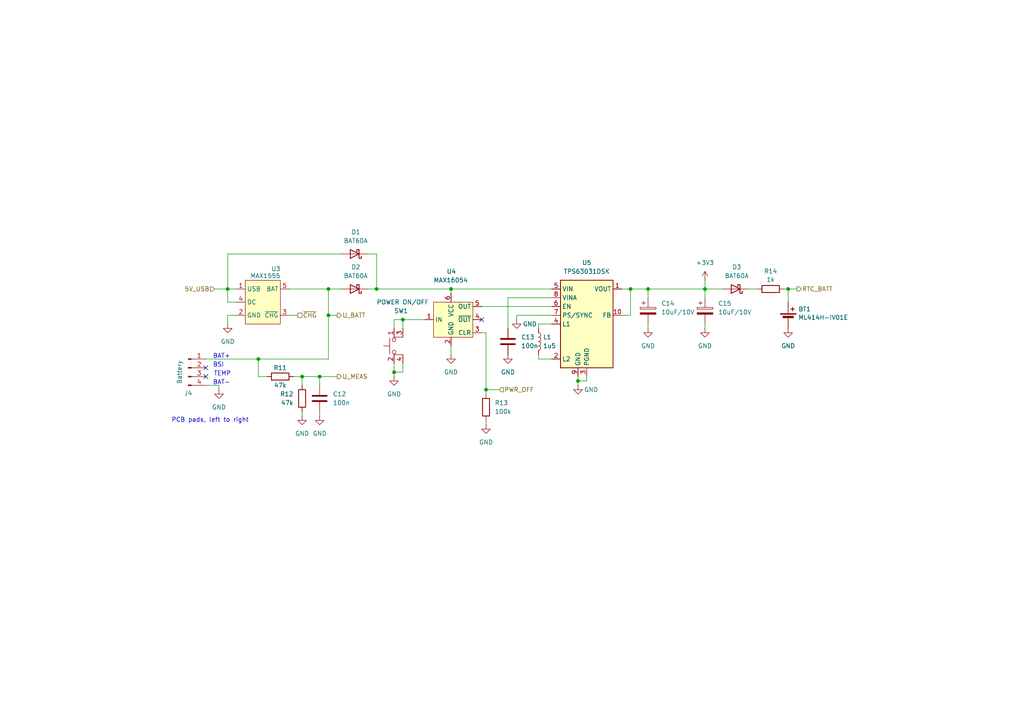
<source format=kicad_sch>
(kicad_sch (version 20250114) (generator "eeschema") (generator_version "9.0")
  (paper "A4")
  (title_block (title "Mainboard replacement for Nokia 3310") (date "29-01-2025") (rev "Rev A") (company "M17 Project") (comment 1 "Wojciech Kaczmarski, SP5WWP"))
  (lib_symbols
    (symbol "Connector:Conn_01x04_Pin" (pin_names (offset 1.016) (hide yes))
      (property "Reference" "J" (at 0 5.08 0))
      (property "Value" "Conn_01x04_Pin" (at 0 -7.62 0))
      (symbol "Conn_01x04_Pin_1_1"
        (rectangle (start 0.8636 2.667) (end 0 2.413) (stroke (width 0.1524)) (fill (type outline)))
        (rectangle (start 0.8636 0.127) (end 0 -0.127) (stroke (width 0.1524)) (fill (type outline)))
        (rectangle (start 0.8636 -2.413) (end 0 -2.667) (stroke (width 0.1524)) (fill (type outline)))
        (rectangle (start 0.8636 -4.953) (end 0 -5.207) (stroke (width 0.1524)) (fill (type outline)))
        (polyline (pts (xy 1.27 2.54) (xy 0.8636 2.54)) (stroke (width 0.1524)))
        (polyline (pts (xy 1.27 0) (xy 0.8636 0)) (stroke (width 0.1524)))
        (polyline (pts (xy 1.27 -2.54) (xy 0.8636 -2.54)) (stroke (width 0.1524)))
        (polyline (pts (xy 1.27 -5.08) (xy 0.8636 -5.08)) (stroke (width 0.1524)))
        (pin passive line (at 5.08 2.54 180) (length 3.81) (name "Pin_1") (number "1"))
        (pin passive line (at 5.08 0 180) (length 3.81) (name "Pin_2") (number "2"))
        (pin passive line (at 5.08 -2.54 180) (length 3.81) (name "Pin_3") (number "3"))
        (pin passive line (at 5.08 -5.08 180) (length 3.81) (name "Pin_4") (number "4"))
      )
    )
    (symbol "Device:Battery_Cell" (pin_numbers (hide yes)) (pin_names (offset 0) (hide yes))
      (property "Reference" "BT" (at 2.54 2.54 0))
      (property "Value" "Battery_Cell" (at 2.54 0 0))
      (symbol "Battery_Cell_0_1"
        (rectangle (start -2.286 1.778) (end 2.286 1.524) (fill (type outline)))
        (rectangle (start -1.524 1.016) (end 1.524 0.508) (fill (type outline)))
        (polyline (pts (xy 0 1.778) (xy 0 2.54)))
        (polyline (pts (xy 0 0.762) (xy 0 0)))
        (polyline (pts (xy 0.762 3.048) (xy 1.778 3.048)) (stroke (width 0.254)))
        (polyline (pts (xy 1.27 3.556) (xy 1.27 2.54)) (stroke (width 0.254)))
      )
      (symbol "Battery_Cell_1_1"
        (pin passive line (at 0 5.08 270) (length 2.54) (name "+") (number "1"))
        (pin passive line (at 0 -2.54 90) (length 2.54) (name "-") (number "2"))
      )
    )
    (symbol "Device:C" (pin_numbers (hide yes)) (pin_names (offset 0.254))
      (property "Reference" "C" (at 0.635 2.54 0))
      (property "Value" "C" (at 0.635 -2.54 0))
      (symbol "C_0_1"
        (polyline (pts (xy -2.032 0.762) (xy 2.032 0.762)) (stroke (width 0.508)))
        (polyline (pts (xy -2.032 -0.762) (xy 2.032 -0.762)) (stroke (width 0.508)))
      )
      (symbol "C_1_1"
        (pin passive line (at 0 3.81 270) (length 2.794) (name "~") (number "1"))
        (pin passive line (at 0 -3.81 90) (length 2.794) (name "~") (number "2"))
      )
    )
    (symbol "Device:C_Polarized" (pin_numbers (hide yes)) (pin_names (offset 0.254))
      (property "Reference" "C" (at 0.635 2.54 0))
      (property "Value" "C_Polarized" (at 0.635 -2.54 0))
      (symbol "C_Polarized_0_1"
        (rectangle (start -2.286 0.508) (end 2.286 1.016))
        (polyline (pts (xy -1.778 2.286) (xy -0.762 2.286)))
        (polyline (pts (xy -1.27 2.794) (xy -1.27 1.778)))
        (rectangle (start 2.286 -0.508) (end -2.286 -1.016) (fill (type outline)))
      )
      (symbol "C_Polarized_1_1"
        (pin passive line (at 0 3.81 270) (length 2.794) (name "~") (number "1"))
        (pin passive line (at 0 -3.81 90) (length 2.794) (name "~") (number "2"))
      )
    )
    (symbol "Device:L" (pin_numbers (hide yes)) (pin_names (offset 1.016) (hide yes))
      (property "Reference" "L" (at -1.27 0 90))
      (property "Value" "L" (at 1.905 0 90))
      (symbol "L_0_1"
        (arc (start 0 2.54) (mid 0.6323 1.905) (end 0 1.27))
        (arc (start 0 1.27) (mid 0.6323 0.635) (end 0 0))
        (arc (start 0 0) (mid 0.6323 -0.635) (end 0 -1.27))
        (arc (start 0 -1.27) (mid 0.6323 -1.905) (end 0 -2.54))
      )
      (symbol "L_1_1"
        (pin passive line (at 0 3.81 270) (length 1.27) (name "1") (number "1"))
        (pin passive line (at 0 -3.81 90) (length 1.27) (name "2") (number "2"))
      )
    )
    (symbol "Device:R" (pin_numbers (hide yes)) (pin_names (offset 0))
      (property "Reference" "R" (at 2.032 0 90))
      (property "Value" "R" (at 0 0 90))
      (symbol "R_0_1"
        (rectangle (start -1.016 -2.54) (end 1.016 2.54) (stroke (width 0.254)))
      )
      (symbol "R_1_1"
        (pin passive line (at 0 3.81 270) (length 1.27) (name "~") (number "1"))
        (pin passive line (at 0 -3.81 90) (length 1.27) (name "~") (number "2"))
      )
    )
    (symbol "Diode:BAT60A" (pin_numbers (hide yes)) (pin_names (offset 1.016) (hide yes))
      (property "Reference" "D" (at 0 2.54 0))
      (property "Value" "BAT60A" (at 0 -2.54 0))
      (symbol "BAT60A_0_1"
        (polyline (pts (xy -1.905 0.635) (xy -1.905 1.27) (xy -1.27 1.27) (xy -1.27 -1.27) (xy -0.635 -1.27) (xy -0.635 -0.635)) (stroke (width 0.254)))
        (polyline (pts (xy 1.27 1.27) (xy 1.27 -1.27) (xy -1.27 0) (xy 1.27 1.27)) (stroke (width 0.254)))
        (polyline (pts (xy 1.27 0) (xy -1.27 0)))
      )
      (symbol "BAT60A_1_1"
        (pin passive line (at -3.81 0 0) (length 2.54) (name "K") (number "1"))
        (pin passive line (at 3.81 0 180) (length 2.54) (name "A") (number "2"))
      )
    )
    (symbol "Parts:MAX1555"
      (property "Reference" "U" (at 5.334 0.508 0))
      (property "Value" "MAX1555" (at 0 -13.97 0))
      (symbol "MAX1555_1_1"
        (rectangle (start -5.08 0) (end 5.08 -12.7) (fill (type background)))
        (pin power_in line (at -7.62 -2.54 0) (length 2.54) (name "USB") (number "1"))
        (pin power_in line (at -7.62 -6.35 0) (length 2.54) (name "DC") (number "4"))
        (pin power_in line (at -7.62 -10.16 0) (length 2.54) (name "GND") (number "2"))
        (pin power_out line (at 7.62 -2.54 180) (length 2.54) (name "BAT") (number "5"))
        (pin output line (at 7.62 -10.16 180) (length 2.54) (name "~{CHG}") (number "3"))
      )
    )
    (symbol "Parts:MAX16054"
      (property "Reference" "U" (at 5.588 -6.35 0))
      (property "Value" "MAX16054" (at 6.096 -8.382 0))
      (symbol "MAX16054_1_1"
        (rectangle (start -5.08 5.08) (end 6.35 -5.08) (fill (type background)))
        (pin input line (at -7.62 0 0) (length 2.54) (name "IN") (number "1"))
        (pin power_in line (at 0 7.62 270) (length 2.54) (name "VCC") (number "6"))
        (pin power_in line (at 0 -7.62 90) (length 2.54) (name "GND") (number "2"))
        (pin output line (at 8.89 3.81 180) (length 2.54) (name "OUT") (number "5"))
        (pin output line (at 8.89 0 180) (length 2.54) (name "~{OUT}") (number "4"))
        (pin input line (at 8.89 -3.81 180) (length 2.54) (name "CLR") (number "3"))
      )
    )
    (symbol "Parts:SW_4_PIN" (pin_names (offset 1.016) (hide yes))
      (property "Reference" "SW" (at 0.635 5.715 0))
      (property "Value" "SW_4_PIN" (at 0 -3.175 0))
      (symbol "SW_4_PIN_0_1"
        (polyline (pts (xy -2.54 0) (xy -2.54 2.54) (xy -2.286 2.54)))
        (polyline (pts (xy -2.286 3.81) (xy 2.286 3.81)))
        (circle (center -1.778 2.54) (radius 0.508))
        (polyline (pts (xy 0 3.81) (xy 0 5.588)))
        (circle (center 1.778 2.54) (radius 0.508))
        (polyline (pts (xy 2.54 0) (xy 2.54 2.54) (xy 2.286 2.54)))
        (pin passive line (at -5.08 2.54 0) (length 2.54) (name "1") (number "1"))
        (pin passive line (at -5.08 0 0) (length 2.54) (name "K") (number "3"))
        (pin passive line (at 5.08 2.54 180) (length 2.54) (name "2") (number "2"))
        (pin passive line (at 5.08 0 180) (length 2.54) (name "A") (number "4"))
      )
    )
    (symbol "Regulator_Switching:TPS63030DSK"
      (property "Reference" "U" (at -7.62 13.97 0))
      (property "Value" "TPS63030DSK" (at 5.08 13.97 0))
      (symbol "TPS63030DSK_0_1"
        (rectangle (start -7.62 12.7) (end 7.62 -12.7) (stroke (width 0.254)) (fill (type background)))
      )
      (symbol "TPS63030DSK_1_1"
        (pin power_in line (at -10.16 10.16 0) (length 2.54) (name "VIN") (number "5"))
        (pin passive line (at -10.16 7.62 0) (length 2.54) (name "VINA") (number "8"))
        (pin input line (at -10.16 5.08 0) (length 2.54) (name "EN") (number "6"))
        (pin input line (at -10.16 2.54 0) (length 2.54) (name "PS/SYNC") (number "7"))
        (pin input line (at -10.16 0 0) (length 2.54) (name "L1") (number "4"))
        (pin input line (at -10.16 -10.16 0) (length 2.54) (name "L2") (number "2"))
        (pin power_in line (at -2.54 -15.24 90) (length 2.54) (name "GND") (number "9"))
        (pin passive line (at 0 -15.24 90) (length 2.54) (hide yes) (name "PGND") (number "11"))
        (pin power_in line (at 0 -15.24 90) (length 2.54) (name "PGND") (number "3"))
        (pin power_out line (at 10.16 10.16 180) (length 2.54) (name "VOUT") (number "1"))
        (pin input line (at 10.16 2.54 180) (length 2.54) (name "FB") (number "10"))
      )
    )
    (symbol "power:+3V3" (power) (pin_numbers (hide yes)) (pin_names (offset 0) (hide yes))
      (property "Value" "+3V3" (at 0 3.556 0))
      (symbol "+3V3_0_1"
        (polyline (pts (xy -0.762 1.27) (xy 0 2.54)))
        (polyline (pts (xy 0 2.54) (xy 0.762 1.27)))
        (polyline (pts (xy 0 0) (xy 0 2.54)))
      )
      (symbol "+3V3_1_1"
        (pin power_in line (at 0 0 90) (length 0) (name "~") (number "1"))
      )
    )
    (symbol "power:GND" (power) (pin_numbers (hide yes)) (pin_names (offset 0) (hide yes))
      (property "Value" "GND" (at 0 -3.81 0))
      (symbol "GND_0_1"
        (polyline (pts (xy 0 0) (xy 0 -1.27) (xy 1.27 -1.27) (xy 0 -2.54) (xy -1.27 -1.27) (xy 0 -1.27)))
      )
      (symbol "GND_1_1"
        (pin power_in line (at 0 0 270) (length 0) (name "~") (number "1"))
      )
    )
  )
  (text "BAT+" (at 61.722 103.378 0) (effects (font (size 1.27 1.27)) (justify left)))
  (text "BAT-" (at 61.722 110.998 0) (effects (font (size 1.27 1.27)) (justify left)))
  (text "TEMP" (at 61.976 108.458 0) (effects (font (size 1.27 1.27)) (justify left)))
  (text "PCB pads, left to right" (at 60.96 121.92 0) (effects (font (size 1.27 1.27))))
  (text "BSI" (at 61.722 105.918 0) (effects (font (size 1.27 1.27)) (justify left)))
  (junction (at 74.93 104.14))
  (junction (at 182.88 83.82))
  (junction (at 140.97 113.03))
  (junction (at 87.63 109.22))
  (junction (at 92.71 109.22))
  (junction (at 167.64 110.49))
  (junction (at 114.3 107.95))
  (junction (at 204.47 83.82))
  (junction (at 130.81 83.82))
  (junction (at 228.6 83.82))
  (junction (at 95.25 83.82))
  (junction (at 95.25 91.44))
  (junction (at 66.04 83.82))
  (junction (at 187.96 83.82))
  (junction (at 109.22 83.82))
  (junction (at 116.84 92.71))
  (no_connect (at 59.69 106.68))
  (no_connect (at 139.7 92.71))
  (no_connect (at 59.69 109.22))
  (wire (pts (xy 87.63 109.22) (xy 85.09 109.22)))
  (wire (pts (xy 204.47 83.82) (xy 187.96 83.82)))
  (wire (pts (xy 66.04 83.82) (xy 68.58 83.82)))
  (wire (pts (xy 109.22 83.82) (xy 109.22 73.66)))
  (wire (pts (xy 116.84 92.71) (xy 123.19 92.71)))
  (wire (pts (xy 204.47 83.82) (xy 209.55 83.82)))
  (wire (pts (xy 83.82 83.82) (xy 95.25 83.82)))
  (wire (pts (xy 62.23 83.82) (xy 66.04 83.82)))
  (wire (pts (xy 116.84 105.41) (xy 116.84 107.95)))
  (wire (pts (xy 160.02 91.44) (xy 149.86 91.44)))
  (wire (pts (xy 95.25 91.44) (xy 95.25 104.14)))
  (wire (pts (xy 156.21 93.98) (xy 156.21 95.25)))
  (wire (pts (xy 160.02 86.36) (xy 147.32 86.36)))
  (wire (pts (xy 140.97 113.03) (xy 140.97 96.52)))
  (wire (pts (xy 95.25 83.82) (xy 95.25 91.44)))
  (wire (pts (xy 204.47 81.28) (xy 204.47 83.82)))
  (wire (pts (xy 187.96 83.82) (xy 187.96 86.36)))
  (wire (pts (xy 140.97 96.52) (xy 139.7 96.52)))
  (wire (pts (xy 167.64 110.49) (xy 167.64 111.76)))
  (wire (pts (xy 182.88 91.44) (xy 182.88 83.82)))
  (wire (pts (xy 109.22 73.66) (xy 106.68 73.66)))
  (wire (pts (xy 66.04 91.44) (xy 66.04 93.98)))
  (wire (pts (xy 140.97 121.92) (xy 140.97 123.19)))
  (wire (pts (xy 59.69 111.76) (xy 63.5 111.76)))
  (wire (pts (xy 204.47 86.36) (xy 204.47 83.82)))
  (wire (pts (xy 114.3 107.95) (xy 114.3 109.22)))
  (wire (pts (xy 109.22 83.82) (xy 130.81 83.82)))
  (wire (pts (xy 182.88 83.82) (xy 180.34 83.82)))
  (wire (pts (xy 170.18 110.49) (xy 167.64 110.49)))
  (wire (pts (xy 170.18 109.22) (xy 170.18 110.49)))
  (wire (pts (xy 68.58 87.63) (xy 66.04 87.63)))
  (wire (pts (xy 227.33 83.82) (xy 228.6 83.82)))
  (wire (pts (xy 160.02 88.9) (xy 139.7 88.9)))
  (wire (pts (xy 217.17 83.82) (xy 219.71 83.82)))
  (wire (pts (xy 92.71 120.65) (xy 92.71 119.38)))
  (wire (pts (xy 87.63 119.38) (xy 87.63 120.65)))
  (wire (pts (xy 95.25 83.82) (xy 99.06 83.82)))
  (wire (pts (xy 114.3 92.71) (xy 114.3 95.25)))
  (wire (pts (xy 74.93 104.14) (xy 95.25 104.14)))
  (wire (pts (xy 114.3 105.41) (xy 114.3 107.95)))
  (wire (pts (xy 106.68 83.82) (xy 109.22 83.82)))
  (wire (pts (xy 114.3 92.71) (xy 116.84 92.71)))
  (wire (pts (xy 130.81 83.82) (xy 130.81 85.09)))
  (wire (pts (xy 130.81 83.82) (xy 160.02 83.82)))
  (wire (pts (xy 66.04 73.66) (xy 66.04 83.82)))
  (wire (pts (xy 147.32 86.36) (xy 147.32 95.25)))
  (wire (pts (xy 180.34 91.44) (xy 182.88 91.44)))
  (wire (pts (xy 92.71 109.22) (xy 92.71 111.76)))
  (wire (pts (xy 59.69 104.14) (xy 74.93 104.14)))
  (wire (pts (xy 167.64 109.22) (xy 167.64 110.49)))
  (wire (pts (xy 228.6 83.82) (xy 231.14 83.82)))
  (wire (pts (xy 204.47 95.25) (xy 204.47 93.98)))
  (wire (pts (xy 116.84 107.95) (xy 114.3 107.95)))
  (wire (pts (xy 160.02 104.14) (xy 156.21 104.14)))
  (wire (pts (xy 99.06 73.66) (xy 66.04 73.66)))
  (wire (pts (xy 116.84 92.71) (xy 116.84 95.25)))
  (wire (pts (xy 187.96 83.82) (xy 182.88 83.82)))
  (wire (pts (xy 156.21 104.14) (xy 156.21 102.87)))
  (wire (pts (xy 140.97 113.03) (xy 140.97 114.3)))
  (wire (pts (xy 63.5 111.76) (xy 63.5 113.03)))
  (wire (pts (xy 87.63 111.76) (xy 87.63 109.22)))
  (wire (pts (xy 77.47 109.22) (xy 74.93 109.22)))
  (wire (pts (xy 83.82 91.44) (xy 86.36 91.44)))
  (wire (pts (xy 87.63 109.22) (xy 92.71 109.22)))
  (wire (pts (xy 149.86 91.44) (xy 149.86 92.71)))
  (wire (pts (xy 130.81 102.87) (xy 130.81 100.33)))
  (wire (pts (xy 140.97 113.03) (xy 144.78 113.03)))
  (wire (pts (xy 92.71 109.22) (xy 97.79 109.22)))
  (wire (pts (xy 187.96 95.25) (xy 187.96 93.98)))
  (wire (pts (xy 95.25 91.44) (xy 97.79 91.44)))
  (wire (pts (xy 74.93 109.22) (xy 74.93 104.14)))
  (wire (pts (xy 228.6 83.82) (xy 228.6 87.63)))
  (wire (pts (xy 160.02 93.98) (xy 156.21 93.98)))
  (wire (pts (xy 68.58 91.44) (xy 66.04 91.44)))
  (wire (pts (xy 66.04 87.63) (xy 66.04 83.82)))
  (hierarchical_label "RTC_BATT" (shape output) (at 231.14 83.82 0))
  (hierarchical_label "U_MEAS" (shape output) (at 97.79 109.22 0))
  (hierarchical_label "5V_USB" (shape input) (at 62.23 83.82 180))
  (hierarchical_label "~{CHG}" (shape passive) (at 86.36 91.44 0))
  (hierarchical_label "PWR_OFF" (shape input) (at 144.78 113.03 0))
  (hierarchical_label "U_BATT" (shape output) (at 97.79 91.44 0))
  (symbol (lib_id "power:GND") (at 204.47 95.25 0) (unit 1)
    (property "Reference" "#PWR046" (effects (hide yes)))
    (property "Value" "GND" (at 204.47 100.33 0))
    (property "Description" "Power symbol creates a global label with name \"GND\" , ground" (effects (hide yes)))
  )
  (symbol (lib_id "Parts:MAX1555") (at 76.2 81.28 0) (unit 1)
    (property "Reference" "U3" (at 80.01 77.978 0))
    (property "Value" "MAX1555" (at 76.962 80.01 0))
    (property "Footprint" "Package_TO_SOT_SMD:TSOT-23-5" (effects (hide yes)))
    (property "PN" "700-MAX1555EZK+T" (effects (hide yes)))
    (property "MPN" "700-MAX1555EZK+T" (effects (hide yes)))
  )
  (symbol (lib_id "Device:R") (at 140.97 118.11 180) (unit 1)
    (property "Reference" "R13" (at 143.4704 116.8399 0) (effects (justify right)))
    (property "Value" "100k" (at 143.4704 119.3799 0) (effects (justify right)))
    (property "Footprint" "Resistor_SMD:R_0402_1005Metric" (effects (hide yes)))
    (property "Description" "Resistor" (effects (hide yes)))
    (property "PN" "603-RC0402JR-13100KL" (effects (hide yes)))
    (property "MPN" "603-RC0402JR-13100KL" (effects (hide yes)))
  )
  (symbol (lib_id "power:GND") (at 87.63 120.65 0) (unit 1)
    (property "Reference" "#PWR037" (effects (hide yes)))
    (property "Value" "GND" (at 87.63 125.73 0))
    (property "Description" "Power symbol creates a global label with name \"GND\" , ground" (effects (hide yes)))
  )
  (symbol (lib_id "Device:R") (at 87.63 115.57 0) (mirror x) (unit 1)
    (property "Reference" "R12" (at 85.1296 114.2999 0) (effects (justify right)))
    (property "Value" "47k" (at 85.1296 116.8399 0) (effects (justify right)))
    (property "Footprint" "Resistor_SMD:R_0402_1005Metric" (effects (hide yes)))
    (property "Description" "Resistor" (effects (hide yes)))
    (property "PN" "652-CR0402JW-473GLF" (effects (hide yes)))
    (property "MPN" "652-CR0402JW-473GLF" (effects (hide yes)))
  )
  (symbol (lib_id "power:GND") (at 228.6 95.25 0) (unit 1)
    (property "Reference" "#PWR047" (effects (hide yes)))
    (property "Value" "GND" (at 228.6 100.33 0))
    (property "Description" "Power symbol creates a global label with name \"GND\" , ground" (effects (hide yes)))
  )
  (symbol (lib_id "Regulator_Switching:TPS63030DSK") (at 170.18 93.98 0) (unit 1)
    (property "Reference" "U5" (at 170.18 76.2 0))
    (property "Value" "TPS63031DSK" (at 170.18 78.74 0))
    (property "Footprint" "Package_SON:WSON-10-1EP_2.5x2.5mm_P0.5mm_EP1.2x2mm" (effects (hide yes)))
    (property "Datasheet" "http://www.ti.com/lit/ds/symlink/tps63030.pdf" (effects (hide yes)))
    (property "Description" "Buck-Boost Converter, 1.8-5.5V Input Voltage, 1A Switch Current, Adjustable Output Voltage, VSON-10 (DSK0010A)" (effects (hide yes)))
    (property "MPN" "595-TPS63031DSKR" (effects (hide yes)))
    (property "PN" "595-TPS63031DSKR" (effects (hide yes)))
  )
  (symbol (lib_id "power:GND") (at 149.86 92.71 0) (unit 1)
    (property "Reference" "#PWR070" (effects (hide yes)))
    (property "Value" "GND" (at 153.67 93.98 0))
    (property "Description" "Power symbol creates a global label with name \"GND\" , ground" (effects (hide yes)))
  )
  (symbol (lib_id "Diode:BAT60A") (at 102.87 73.66 180) (unit 1)
    (property "Reference" "D1" (at 103.1875 67.31 0))
    (property "Value" "BAT60A" (at 103.1875 69.85 0))
    (property "Footprint" "Diode_SMD:D_SOD-323" (effects (hide yes)))
    (property "Datasheet" "https://www.infineon.com/dgdl/Infineon-BAT60ASERIES-DS-v01_01-en.pdf?fileId=db3a304313d846880113def70c9304a9" (effects (hide yes)))
    (property "Description" "10V 3A High Current Recitifier Schottky Diode, SOD-323" (effects (hide yes)))
    (property "PN" "726-BAT60AE6327HTSA1" (effects (hide yes)))
    (property "MPN" "726-BAT60AE6327HTSA1" (effects (hide yes)))
  )
  (symbol (lib_id "Device:L") (at 156.21 99.06 0) (unit 1)
    (property "Reference" "L1" (at 157.48 97.7899 0) (effects (justify left)))
    (property "Value" "1u5" (at 157.48 100.3299 0) (effects (justify left)))
    (property "Footprint" "Inductor_SMD:L_1210_3225Metric" (effects (hide yes)))
    (property "Description" "Inductor" (effects (hide yes)))
    (property "PN" "963-LBC3225T1R5MR" (effects (hide yes)))
    (property "MPN" "963-LBC3225T1R5MR" (effects (hide yes)))
  )
  (symbol (lib_id "Connector:Conn_01x04_Pin") (at 54.61 106.68 0) (unit 1) (in_bom no)
    (property "Reference" "J4" (at 54.61 114.046 0))
    (property "Value" "Battery" (at 52.07 107.95 90))
    (property "Footprint" "Parts:3310_batt" (effects (hide yes)))
    (property "Description" "Generic connector, single row, 01x04, script generated" (effects (hide yes)))
  )
  (symbol (lib_id "Device:C") (at 147.32 99.06 180) (unit 1)
    (property "Reference" "C13" (at 151.13 97.7899 0) (effects (justify right)))
    (property "Value" "100n" (at 151.13 100.3299 0) (effects (justify right)))
    (property "Footprint" "Capacitor_SMD:C_0402_1005Metric" (effects (hide yes)))
    (property "Description" "Unpolarized capacitor" (effects (hide yes)))
    (property "MPN" "810-CGA2B3X7R1H104KB" (effects (hide yes)))
    (property "PN" "810-CGA2B3X7R1H104KB" (effects (hide yes)))
  )
  (symbol (lib_id "power:GND") (at 147.32 102.87 0) (unit 1)
    (property "Reference" "#PWR042" (effects (hide yes)))
    (property "Value" "GND" (at 147.32 107.95 0))
    (property "Description" "Power symbol creates a global label with name \"GND\" , ground" (effects (hide yes)))
  )
  (symbol (lib_id "power:GND") (at 130.81 102.87 0) (unit 1)
    (property "Reference" "#PWR040" (effects (hide yes)))
    (property "Value" "GND" (at 130.81 107.95 0))
    (property "Description" "Power symbol creates a global label with name \"GND\" , ground" (effects (hide yes)))
  )
  (symbol (lib_id "power:GND") (at 63.5 113.03 0) (unit 1)
    (property "Reference" "#PWR035" (effects (hide yes)))
    (property "Value" "GND" (at 63.5 118.11 0))
    (property "Description" "Power symbol creates a global label with name \"GND\" , ground" (effects (hide yes)))
  )
  (symbol (lib_id "Device:Battery_Cell") (at 228.6 92.71 0) (unit 1) (in_bom no)
    (property "Reference" "BT1" (at 231.521 89.6563 0) (effects (justify left)))
    (property "Value" "ML414H-IV01E" (at 231.521 92.0806 0) (effects (justify left)))
    (property "Footprint" "Parts:ML414H" (effects (hide yes)))
    (property "Description" "Single-cell battery" (effects (hide yes)))
    (property "PN" "ML414H-IV01E" (effects (hide yes)))
    (property "MPN" "ML414H-IV01E" (effects (hide yes)))
  )
  (symbol (lib_id "power:GND") (at 167.64 111.76 0) (unit 1)
    (property "Reference" "#PWR043" (effects (hide yes)))
    (property "Value" "GND" (at 171.45 113.03 0))
    (property "Description" "Power symbol creates a global label with name \"GND\" , ground" (effects (hide yes)))
  )
  (symbol (lib_id "Diode:BAT60A") (at 102.87 83.82 180) (unit 1)
    (property "Reference" "D2" (at 103.1875 77.47 0))
    (property "Value" "BAT60A" (at 103.1875 80.01 0))
    (property "Footprint" "Diode_SMD:D_SOD-323" (effects (hide yes)))
    (property "Datasheet" "https://www.infineon.com/dgdl/Infineon-BAT60ASERIES-DS-v01_01-en.pdf?fileId=db3a304313d846880113def70c9304a9" (effects (hide yes)))
    (property "Description" "10V 3A High Current Recitifier Schottky Diode, SOD-323" (effects (hide yes)))
    (property "MPN" "726-BAT60AE6327HTSA1" (effects (hide yes)))
    (property "PN" "726-BAT60AE6327HTSA1" (effects (hide yes)))
  )
  (symbol (lib_id "power:GND") (at 92.71 120.65 0) (unit 1)
    (property "Reference" "#PWR038" (effects (hide yes)))
    (property "Value" "GND" (at 92.71 125.73 0))
    (property "Description" "Power symbol creates a global label with name \"GND\" , ground" (effects (hide yes)))
  )
  (symbol (lib_id "Device:C_Polarized") (at 204.47 90.17 0) (unit 1)
    (property "Reference" "C15" (at 208.28 88.0109 0) (effects (justify left)))
    (property "Value" "10uF/10V" (at 208.28 90.5509 0) (effects (justify left)))
    (property "Footprint" "Capacitor_Tantalum_SMD:CP_EIA-3528-21_Kemet-B" (effects (hide yes)))
    (property "Description" "Polarized capacitor" (effects (hide yes)))
    (property "PN" "581-TAJB106K010SNJ" (effects (hide yes)))
    (property "MPN" "581-TAJB106K010SNJ" (effects (hide yes)))
  )
  (symbol (lib_id "power:GND") (at 187.96 95.25 0) (unit 1)
    (property "Reference" "#PWR044" (effects (hide yes)))
    (property "Value" "GND" (at 187.96 100.33 0))
    (property "Description" "Power symbol creates a global label with name \"GND\" , ground" (effects (hide yes)))
  )
  (symbol (lib_id "power:GND") (at 114.3 109.22 0) (unit 1)
    (property "Reference" "#PWR039" (effects (hide yes)))
    (property "Value" "GND" (at 114.3 114.3 0))
    (property "Description" "Power symbol creates a global label with name \"GND\" , ground" (effects (hide yes)))
  )
  (symbol (lib_id "Diode:BAT60A") (at 213.36 83.82 180) (unit 1)
    (property "Reference" "D3" (at 213.6775 77.47 0))
    (property "Value" "BAT60A" (at 213.6775 80.01 0))
    (property "Footprint" "Diode_SMD:D_SOD-323" (effects (hide yes)))
    (property "Datasheet" "https://www.infineon.com/dgdl/Infineon-BAT60ASERIES-DS-v01_01-en.pdf?fileId=db3a304313d846880113def70c9304a9" (effects (hide yes)))
    (property "Description" "10V 3A High Current Recitifier Schottky Diode, SOD-323" (effects (hide yes)))
    (property "PN" "726-BAT60AE6327HTSA1" (effects (hide yes)))
    (property "MPN" "726-BAT60AE6327HTSA1" (effects (hide yes)))
  )
  (symbol (lib_id "Device:C_Polarized") (at 187.96 90.17 0) (unit 1)
    (property "Reference" "C14" (at 191.77 88.0109 0) (effects (justify left)))
    (property "Value" "10uF/10V" (at 191.77 90.5509 0) (effects (justify left)))
    (property "Footprint" "Capacitor_Tantalum_SMD:CP_EIA-3528-21_Kemet-B" (effects (hide yes)))
    (property "Description" "Polarized capacitor" (effects (hide yes)))
    (property "PN" "581-TAJB106K010SNJ" (effects (hide yes)))
    (property "MPN" "581-TAJB106K010SNJ" (effects (hide yes)))
  )
  (symbol (lib_id "Device:C") (at 92.71 115.57 180) (unit 1)
    (property "Reference" "C12" (at 96.52 114.2999 0) (effects (justify right)))
    (property "Value" "100n" (at 96.52 116.8399 0) (effects (justify right)))
    (property "Footprint" "Capacitor_SMD:C_0402_1005Metric" (effects (hide yes)))
    (property "Description" "Unpolarized capacitor" (effects (hide yes)))
    (property "MPN" "810-CGA2B3X7R1H104KB" (effects (hide yes)))
    (property "PN" "810-CGA2B3X7R1H104KB" (effects (hide yes)))
  )
  (symbol (lib_id "Parts:SW_4_PIN") (at 116.84 100.33 90) (mirror x) (unit 1)
    (property "Reference" "SW1" (at 114.3 90.17 90) (effects (justify right)))
    (property "Value" "POWER ON/OFF" (at 109.22 87.63 90) (effects (justify right)))
    (property "Footprint" "Parts:SIDE PUSH 2.2NF 4.7x3.2x1.65mm" (effects (hide yes)))
    (property "PN" "667-EVQ-PUA02K" (effects (hide yes)))
    (property "MPN" "667-EVQ-PUA02K" (effects (hide yes)))
  )
  (symbol (lib_id "power:+3V3") (at 204.47 81.28 0) (unit 1)
    (property "Reference" "#PWR045" (effects (hide yes)))
    (property "Value" "+3V3" (at 204.47 76.2 0))
    (property "Description" "Power symbol creates a global label with name \"+3V3\"" (effects (hide yes)))
  )
  (symbol (lib_id "Parts:MAX16054") (at 130.81 92.71 0) (unit 1)
    (property "Reference" "U4" (at 129.54 78.74 0) (effects (justify left)))
    (property "Value" "MAX16054" (at 125.73 81.28 0) (effects (justify left)))
    (property "Footprint" "Package_TO_SOT_SMD:TSOT-23-6" (effects (hide yes)))
    (property "PN" "700-MAX16054AZTT" (effects (hide yes)))
    (property "MPN" "700-MAX16054AZTT" (effects (hide yes)))
  )
  (symbol (lib_id "Device:R") (at 81.28 109.22 270) (unit 1)
    (property "Reference" "R11" (at 81.28 106.68 90))
    (property "Value" "47k" (at 81.28 111.76 90))
    (property "Footprint" "Resistor_SMD:R_0402_1005Metric" (effects (hide yes)))
    (property "Description" "Resistor" (effects (hide yes)))
    (property "PN" "652-CR0402JW-473GLF" (effects (hide yes)))
    (property "MPN" "652-CR0402JW-473GLF" (effects (hide yes)))
  )
  (symbol (lib_id "Device:R") (at 223.52 83.82 270) (unit 1)
    (property "Reference" "R14" (at 223.52 78.6595 90))
    (property "Value" "1k" (at 223.52 81.0838 90))
    (property "Footprint" "Resistor_SMD:R_0402_1005Metric" (effects (hide yes)))
    (property "Description" "Resistor" (effects (hide yes)))
    (property "PN" "603-AF0402JR-071KL" (effects (hide yes)))
    (property "MPN" "603-AF0402JR-071KL" (effects (hide yes)))
  )
  (symbol (lib_id "power:GND") (at 66.04 93.98 0) (unit 1)
    (property "Reference" "#PWR036" (effects (hide yes)))
    (property "Value" "GND" (at 66.04 99.06 0))
    (property "Description" "Power symbol creates a global label with name \"GND\" , ground" (effects (hide yes)))
  )
  (symbol (lib_id "power:GND") (at 140.97 123.19 0) (unit 1)
    (property "Reference" "#PWR041" (effects (hide yes)))
    (property "Value" "GND" (at 140.97 128.27 0))
    (property "Description" "Power symbol creates a global label with name \"GND\" , ground" (effects (hide yes)))
  )
)
</source>
